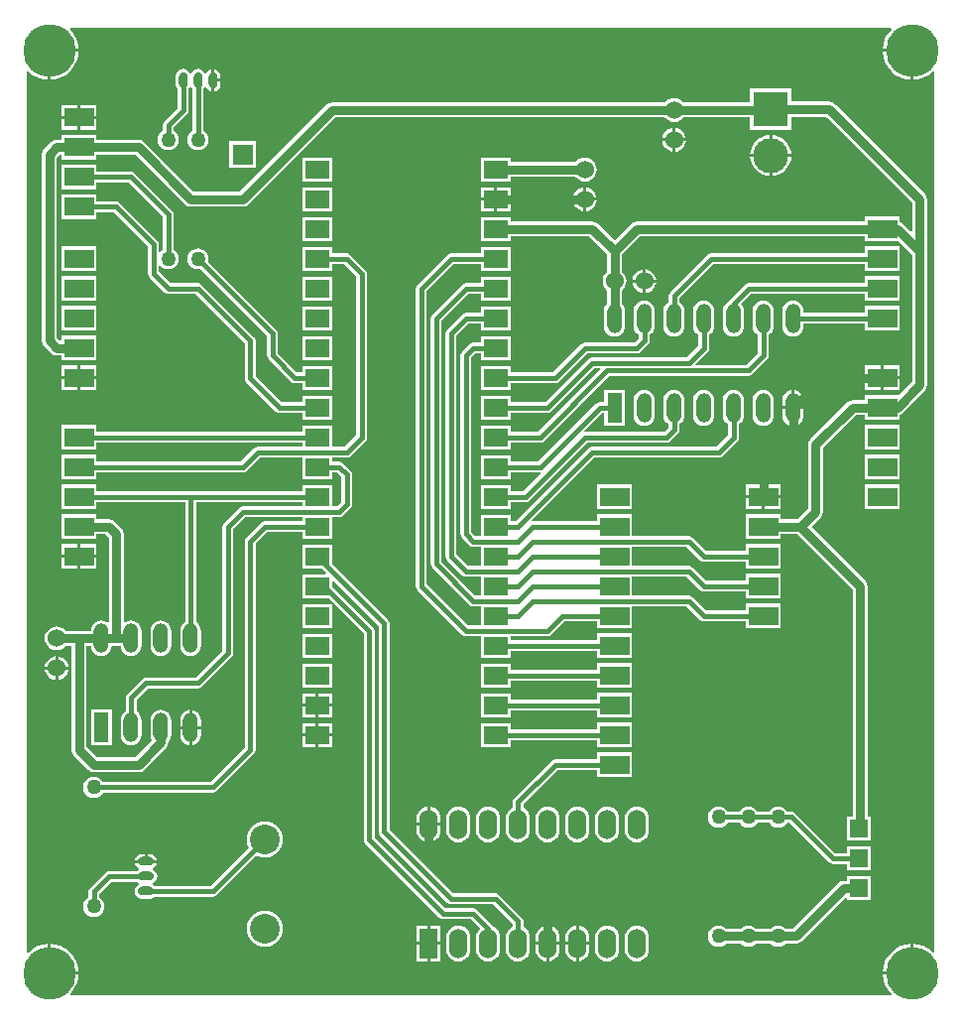
<source format=gtl>
G04 Layer_Physical_Order=1*
G04 Layer_Color=255*
%FSLAX25Y25*%
%MOIN*%
G70*
G01*
G75*
%ADD10C,0.01500*%
%ADD11C,0.03000*%
%ADD12C,0.17716*%
%ADD13C,0.10000*%
%ADD14R,0.09843X0.06299*%
%ADD15C,0.06000*%
%ADD16R,0.05000X0.10000*%
%ADD17O,0.05000X0.10000*%
%ADD18R,0.08000X0.06000*%
%ADD19O,0.05500X0.03000*%
%ADD20C,0.05000*%
%ADD21O,0.06000X0.10000*%
%ADD22R,0.06000X0.10000*%
%ADD23R,0.11811X0.11811*%
%ADD24C,0.11811*%
%ADD25R,0.06000X0.06000*%
%ADD26R,0.07000X0.07000*%
%ADD27O,0.03000X0.05500*%
G36*
X442975Y467171D02*
X442992Y467000D01*
X441763Y465504D01*
X440848Y463791D01*
X440284Y461933D01*
X440143Y460500D01*
X450000D01*
Y460000D01*
X450500D01*
Y450143D01*
X451933Y450284D01*
X453791Y450848D01*
X455504Y451763D01*
X457000Y452992D01*
X457171Y452975D01*
X457500Y452857D01*
Y157143D01*
X457171Y157025D01*
X457000Y157008D01*
X455504Y158237D01*
X453791Y159152D01*
X451933Y159716D01*
X450500Y159857D01*
Y150000D01*
X450000D01*
Y149500D01*
X440143D01*
X440284Y148067D01*
X440848Y146209D01*
X441763Y144497D01*
X442992Y143000D01*
X442975Y142829D01*
X442857Y142500D01*
X167143D01*
X167025Y142829D01*
X167008Y143000D01*
X168236Y144497D01*
X169152Y146209D01*
X169716Y148067D01*
X169857Y149500D01*
X160000D01*
Y150000D01*
X159500D01*
Y159857D01*
X158067Y159716D01*
X156209Y159152D01*
X154497Y158237D01*
X153000Y157008D01*
X152829Y157025D01*
X152500Y157143D01*
Y452857D01*
X152829Y452975D01*
X153000Y452992D01*
X154497Y451763D01*
X156209Y450848D01*
X158067Y450284D01*
X159500Y450143D01*
Y460000D01*
X160000D01*
Y460500D01*
X169857D01*
X169716Y461933D01*
X169152Y463791D01*
X168236Y465504D01*
X167008Y467000D01*
X167025Y467171D01*
X167143Y467500D01*
X442857D01*
X442975Y467171D01*
D02*
G37*
%LPC*%
G36*
X255000Y239500D02*
X250500D01*
Y236000D01*
X255000D01*
Y239500D01*
D02*
G37*
G36*
X249500Y244000D02*
X245000D01*
Y240500D01*
X249500D01*
Y244000D01*
D02*
G37*
G36*
X208000Y238464D02*
Y233000D01*
X211030D01*
Y235000D01*
X210910Y235914D01*
X210557Y236765D01*
X209996Y237496D01*
X209265Y238057D01*
X208414Y238410D01*
X208000Y238464D01*
D02*
G37*
G36*
X249500Y239500D02*
X245000D01*
Y236000D01*
X249500D01*
Y239500D01*
D02*
G37*
G36*
X355921Y244150D02*
X344079D01*
Y241784D01*
X315000D01*
Y244000D01*
X305000D01*
Y236000D01*
X315000D01*
Y238216D01*
X344079D01*
Y235850D01*
X355921D01*
Y244150D01*
D02*
G37*
G36*
X255000Y254000D02*
X245000D01*
Y246000D01*
X255000D01*
Y254000D01*
D02*
G37*
G36*
X162000Y252000D02*
X158531D01*
X158603Y251456D01*
X159006Y250483D01*
X159647Y249647D01*
X160483Y249006D01*
X161456Y248603D01*
X162000Y248531D01*
Y252000D01*
D02*
G37*
G36*
X255000Y244000D02*
X250500D01*
Y240500D01*
X255000D01*
Y244000D01*
D02*
G37*
G36*
X207000Y238464D02*
X206586Y238410D01*
X205735Y238057D01*
X205004Y237496D01*
X204443Y236765D01*
X204090Y235914D01*
X203970Y235000D01*
Y233000D01*
X207000D01*
Y238464D01*
D02*
G37*
G36*
X181000Y238500D02*
X174000D01*
Y226500D01*
X181000D01*
Y238500D01*
D02*
G37*
G36*
X207000Y232000D02*
X203970D01*
Y230000D01*
X204090Y229086D01*
X204443Y228235D01*
X205004Y227504D01*
X205735Y226943D01*
X206586Y226590D01*
X207000Y226536D01*
Y232000D01*
D02*
G37*
G36*
X249500Y229500D02*
X245000D01*
Y226000D01*
X249500D01*
Y229500D01*
D02*
G37*
G36*
X255000D02*
X250500D01*
Y226000D01*
X255000D01*
Y229500D01*
D02*
G37*
G36*
Y234000D02*
X250500D01*
Y230500D01*
X255000D01*
Y234000D01*
D02*
G37*
G36*
X355921Y234150D02*
X344079D01*
Y231784D01*
X315000D01*
Y234000D01*
X305000D01*
Y226000D01*
X315000D01*
Y228216D01*
X344079D01*
Y225850D01*
X355921D01*
Y234150D01*
D02*
G37*
G36*
X211030Y232000D02*
X208000D01*
Y226536D01*
X208414Y226590D01*
X209265Y226943D01*
X209996Y227504D01*
X210557Y228235D01*
X210910Y229086D01*
X211030Y230000D01*
Y232000D01*
D02*
G37*
G36*
X249500Y234000D02*
X245000D01*
Y230500D01*
X249500D01*
Y234000D01*
D02*
G37*
G36*
X175921Y294150D02*
X170500D01*
Y290500D01*
X175921D01*
Y294150D01*
D02*
G37*
G36*
X355921Y314150D02*
X344079D01*
Y305850D01*
X355921D01*
Y314150D01*
D02*
G37*
G36*
X175921Y289500D02*
X170500D01*
Y285850D01*
X175921D01*
Y289500D01*
D02*
G37*
G36*
X169500Y294150D02*
X164079D01*
Y290500D01*
X169500D01*
Y294150D01*
D02*
G37*
G36*
X445921Y314150D02*
X434079D01*
Y305850D01*
X445921D01*
Y314150D01*
D02*
G37*
G36*
X399500D02*
X394079D01*
Y310500D01*
X399500D01*
Y314150D01*
D02*
G37*
G36*
Y309500D02*
X394079D01*
Y305850D01*
X399500D01*
Y309500D01*
D02*
G37*
G36*
X405921D02*
X400500D01*
Y305850D01*
X405921D01*
Y309500D01*
D02*
G37*
G36*
X169500Y289500D02*
X164079D01*
Y285850D01*
X169500D01*
Y289500D01*
D02*
G37*
G36*
X162000Y256469D02*
X161456Y256397D01*
X160483Y255994D01*
X159647Y255353D01*
X159006Y254517D01*
X158603Y253544D01*
X158531Y253000D01*
X162000D01*
Y256469D01*
D02*
G37*
G36*
X163000D02*
Y253000D01*
X166469D01*
X166397Y253544D01*
X165994Y254517D01*
X165353Y255353D01*
X164517Y255994D01*
X163544Y256397D01*
X163000Y256469D01*
D02*
G37*
G36*
X166469Y252000D02*
X163000D01*
Y248531D01*
X163544Y248603D01*
X164517Y249006D01*
X165353Y249647D01*
X165994Y250483D01*
X166397Y251456D01*
X166469Y252000D01*
D02*
G37*
G36*
X355921Y254150D02*
X344079D01*
Y251784D01*
X315000D01*
Y254000D01*
X305000D01*
Y246000D01*
X315000D01*
Y248216D01*
X344079D01*
Y245850D01*
X355921D01*
Y254150D01*
D02*
G37*
G36*
X255000Y274000D02*
X245000D01*
Y266000D01*
X255000D01*
Y274000D01*
D02*
G37*
G36*
X175921Y304150D02*
X164079D01*
Y295850D01*
X175921D01*
Y297451D01*
X178944D01*
X179951Y296444D01*
Y268096D01*
X179503Y267875D01*
X179265Y268057D01*
X178414Y268410D01*
X177500Y268530D01*
X176586Y268410D01*
X175735Y268057D01*
X175004Y267496D01*
X174443Y266765D01*
X174090Y265914D01*
X173976Y265049D01*
X165586D01*
X165353Y265353D01*
X164517Y265994D01*
X163544Y266397D01*
X162500Y266534D01*
X161456Y266397D01*
X160483Y265994D01*
X159647Y265353D01*
X159006Y264517D01*
X158603Y263544D01*
X158466Y262500D01*
X158603Y261456D01*
X159006Y260483D01*
X159647Y259647D01*
X160483Y259006D01*
X161456Y258603D01*
X162500Y258466D01*
X163544Y258603D01*
X164517Y259006D01*
X165353Y259647D01*
X165586Y259951D01*
X167451D01*
Y225000D01*
X167645Y224025D01*
X168198Y223198D01*
X173198Y218198D01*
X174024Y217645D01*
X175000Y217451D01*
X190000D01*
X190975Y217645D01*
X191802Y218198D01*
X199302Y225698D01*
X199855Y226524D01*
X200049Y227500D01*
Y227572D01*
X200557Y228235D01*
X200910Y229086D01*
X201030Y230000D01*
Y235000D01*
X200910Y235914D01*
X200557Y236765D01*
X199996Y237496D01*
X199265Y238057D01*
X198414Y238410D01*
X197500Y238530D01*
X196586Y238410D01*
X195735Y238057D01*
X195004Y237496D01*
X194443Y236765D01*
X194090Y235914D01*
X193970Y235000D01*
Y230000D01*
X194090Y229086D01*
X194443Y228235D01*
X194524Y228129D01*
X188944Y222549D01*
X176056D01*
X172549Y226056D01*
Y259951D01*
X173976D01*
X174090Y259086D01*
X174443Y258235D01*
X175004Y257504D01*
X175735Y256943D01*
X176586Y256590D01*
X177500Y256470D01*
X178414Y256590D01*
X179265Y256943D01*
X179996Y257504D01*
X180557Y258235D01*
X180910Y259086D01*
X181024Y259951D01*
X183976D01*
X184090Y259086D01*
X184443Y258235D01*
X185004Y257504D01*
X185735Y256943D01*
X186586Y256590D01*
X187500Y256470D01*
X188414Y256590D01*
X189265Y256943D01*
X189996Y257504D01*
X190557Y258235D01*
X190910Y259086D01*
X191030Y260000D01*
Y265000D01*
X190910Y265914D01*
X190557Y266765D01*
X189996Y267496D01*
X189265Y268057D01*
X188414Y268410D01*
X187500Y268530D01*
X186586Y268410D01*
X185735Y268057D01*
X185497Y267875D01*
X185049Y268096D01*
Y297500D01*
X184855Y298476D01*
X184302Y299302D01*
X181802Y301802D01*
X180975Y302355D01*
X180000Y302549D01*
X175921D01*
Y304150D01*
D02*
G37*
G36*
X255000Y264000D02*
X245000D01*
Y256000D01*
X255000D01*
Y264000D01*
D02*
G37*
G36*
X197500Y268530D02*
X196586Y268410D01*
X195735Y268057D01*
X195004Y267496D01*
X194443Y266765D01*
X194090Y265914D01*
X193970Y265000D01*
Y260000D01*
X194090Y259086D01*
X194443Y258235D01*
X195004Y257504D01*
X195735Y256943D01*
X196586Y256590D01*
X197500Y256470D01*
X198414Y256590D01*
X199265Y256943D01*
X199996Y257504D01*
X200557Y258235D01*
X200910Y259086D01*
X201030Y260000D01*
Y265000D01*
X200910Y265914D01*
X200557Y266765D01*
X199996Y267496D01*
X199265Y268057D01*
X198414Y268410D01*
X197500Y268530D01*
D02*
G37*
G36*
X355921Y224150D02*
X344079D01*
Y221784D01*
X330000D01*
X330000Y221784D01*
X329317Y221649D01*
X328738Y221262D01*
X316238Y208762D01*
X315851Y208183D01*
X315716Y207500D01*
Y205591D01*
X315483Y205494D01*
X314647Y204853D01*
X314006Y204017D01*
X313603Y203044D01*
X313465Y202000D01*
Y198000D01*
X313603Y196956D01*
X314006Y195983D01*
X314647Y195147D01*
X315483Y194506D01*
X316456Y194103D01*
X317500Y193965D01*
X318544Y194103D01*
X319517Y194506D01*
X320353Y195147D01*
X320994Y195983D01*
X321397Y196956D01*
X321534Y198000D01*
Y202000D01*
X321397Y203044D01*
X320994Y204017D01*
X320353Y204853D01*
X319517Y205494D01*
X319284Y205591D01*
Y206761D01*
X330739Y218216D01*
X344079D01*
Y215850D01*
X355921D01*
Y224150D01*
D02*
G37*
G36*
X341534Y159500D02*
X338000D01*
Y154031D01*
X338544Y154103D01*
X339517Y154506D01*
X340353Y155147D01*
X340994Y155983D01*
X341397Y156956D01*
X341534Y158000D01*
Y159500D01*
D02*
G37*
G36*
X232500Y171029D02*
X231324Y170913D01*
X230193Y170570D01*
X229151Y170013D01*
X228237Y169263D01*
X227487Y168350D01*
X226930Y167307D01*
X226587Y166176D01*
X226471Y165000D01*
X226587Y163824D01*
X226930Y162693D01*
X227487Y161651D01*
X228237Y160737D01*
X229151Y159987D01*
X230193Y159430D01*
X231324Y159087D01*
X232500Y158971D01*
X233676Y159087D01*
X234807Y159430D01*
X235849Y159987D01*
X236763Y160737D01*
X237513Y161651D01*
X238070Y162693D01*
X238413Y163824D01*
X238529Y165000D01*
X238413Y166176D01*
X238070Y167307D01*
X237513Y168350D01*
X236763Y169263D01*
X235849Y170013D01*
X234807Y170570D01*
X233676Y170913D01*
X232500Y171029D01*
D02*
G37*
G36*
X337000Y159500D02*
X333466D01*
Y158000D01*
X333603Y156956D01*
X334006Y155983D01*
X334647Y155147D01*
X335483Y154506D01*
X336456Y154103D01*
X337000Y154031D01*
Y159500D01*
D02*
G37*
G36*
X331535D02*
X328000D01*
Y154031D01*
X328544Y154103D01*
X329517Y154506D01*
X330353Y155147D01*
X330994Y155983D01*
X331397Y156956D01*
X331535Y158000D01*
Y159500D01*
D02*
G37*
G36*
X287000Y166000D02*
X283500D01*
Y160500D01*
X287000D01*
Y166000D01*
D02*
G37*
G36*
X291500D02*
X288000D01*
Y160500D01*
X291500D01*
Y166000D01*
D02*
G37*
G36*
X327000Y165969D02*
X326456Y165897D01*
X325483Y165494D01*
X324647Y164853D01*
X324006Y164017D01*
X323603Y163044D01*
X323465Y162000D01*
Y160500D01*
X327000D01*
Y165969D01*
D02*
G37*
G36*
X337000D02*
X336456Y165897D01*
X335483Y165494D01*
X334647Y164853D01*
X334006Y164017D01*
X333603Y163044D01*
X333466Y162000D01*
Y160500D01*
X337000D01*
Y165969D01*
D02*
G37*
G36*
X327000Y159500D02*
X323465D01*
Y158000D01*
X323603Y156956D01*
X324006Y155983D01*
X324647Y155147D01*
X325483Y154506D01*
X326456Y154103D01*
X327000Y154031D01*
Y159500D01*
D02*
G37*
G36*
X297500Y166034D02*
X296456Y165897D01*
X295483Y165494D01*
X294647Y164853D01*
X294006Y164017D01*
X293603Y163044D01*
X293465Y162000D01*
Y158000D01*
X293603Y156956D01*
X294006Y155983D01*
X294647Y155147D01*
X295483Y154506D01*
X296456Y154103D01*
X297500Y153965D01*
X298544Y154103D01*
X299517Y154506D01*
X300353Y155147D01*
X300994Y155983D01*
X301397Y156956D01*
X301535Y158000D01*
Y162000D01*
X301397Y163044D01*
X300994Y164017D01*
X300353Y164853D01*
X299517Y165494D01*
X298544Y165897D01*
X297500Y166034D01*
D02*
G37*
G36*
X255000Y294000D02*
X245000D01*
Y286000D01*
X251477D01*
X253015Y284462D01*
X252823Y284000D01*
X245000D01*
Y276000D01*
X253977D01*
X265716Y264261D01*
Y195000D01*
X265851Y194317D01*
X266238Y193738D01*
X291238Y168738D01*
X291817Y168351D01*
X292500Y168216D01*
X292500Y168216D01*
X301761D01*
X304677Y165300D01*
X304647Y164853D01*
X304006Y164017D01*
X303603Y163044D01*
X303466Y162000D01*
Y158000D01*
X303603Y156956D01*
X304006Y155983D01*
X304647Y155147D01*
X305483Y154506D01*
X306456Y154103D01*
X307500Y153965D01*
X308544Y154103D01*
X309517Y154506D01*
X310353Y155147D01*
X310994Y155983D01*
X311397Y156956D01*
X311535Y158000D01*
Y162000D01*
X311397Y163044D01*
X310994Y164017D01*
X310353Y164853D01*
X309517Y165494D01*
X309156Y165644D01*
X309149Y165683D01*
X308955Y165972D01*
X308762Y166262D01*
X308762Y166262D01*
X303762Y171262D01*
X303183Y171649D01*
X302500Y171784D01*
X293239D01*
X269284Y195739D01*
Y265000D01*
X269148Y265683D01*
X268762Y266262D01*
X268762Y266262D01*
X255000Y280023D01*
Y281823D01*
X255462Y282015D01*
X270716Y266761D01*
Y197500D01*
X270851Y196817D01*
X271238Y196238D01*
X293738Y173738D01*
X293738Y173738D01*
X294317Y173352D01*
X295000Y173216D01*
X295000Y173216D01*
X309261D01*
X315716Y166761D01*
Y165591D01*
X315483Y165494D01*
X314647Y164853D01*
X314006Y164017D01*
X313603Y163044D01*
X313465Y162000D01*
Y158000D01*
X313603Y156956D01*
X314006Y155983D01*
X314647Y155147D01*
X315483Y154506D01*
X316456Y154103D01*
X317500Y153965D01*
X318544Y154103D01*
X319517Y154506D01*
X320353Y155147D01*
X320994Y155983D01*
X321397Y156956D01*
X321534Y158000D01*
Y162000D01*
X321397Y163044D01*
X320994Y164017D01*
X320353Y164853D01*
X319517Y165494D01*
X319284Y165591D01*
Y167500D01*
X319148Y168183D01*
X318762Y168762D01*
X311262Y176262D01*
X310683Y176648D01*
X310000Y176784D01*
X295739D01*
X274284Y198239D01*
Y267500D01*
X274284Y267500D01*
X274149Y268183D01*
X273762Y268762D01*
X273762Y268762D01*
X255000Y287523D01*
Y294000D01*
D02*
G37*
G36*
X449500Y159857D02*
X448067Y159716D01*
X446209Y159152D01*
X444496Y158237D01*
X442995Y157005D01*
X441763Y155503D01*
X440848Y153791D01*
X440284Y151933D01*
X440143Y150500D01*
X449500D01*
Y159857D01*
D02*
G37*
G36*
X160500D02*
Y150500D01*
X169857D01*
X169716Y151933D01*
X169152Y153791D01*
X168236Y155503D01*
X167005Y157005D01*
X165504Y158237D01*
X163791Y159152D01*
X161933Y159716D01*
X160500Y159857D01*
D02*
G37*
G36*
X287000Y159500D02*
X283500D01*
Y154000D01*
X287000D01*
Y159500D01*
D02*
G37*
G36*
X291500D02*
X288000D01*
Y154000D01*
X291500D01*
Y159500D01*
D02*
G37*
G36*
X347500Y166034D02*
X346456Y165897D01*
X345483Y165494D01*
X344647Y164853D01*
X344006Y164017D01*
X343603Y163044D01*
X343465Y162000D01*
Y158000D01*
X343603Y156956D01*
X344006Y155983D01*
X344647Y155147D01*
X345483Y154506D01*
X346456Y154103D01*
X347500Y153965D01*
X348544Y154103D01*
X349517Y154506D01*
X350353Y155147D01*
X350994Y155983D01*
X351397Y156956D01*
X351535Y158000D01*
Y162000D01*
X351397Y163044D01*
X350994Y164017D01*
X350353Y164853D01*
X349517Y165494D01*
X348544Y165897D01*
X347500Y166034D01*
D02*
G37*
G36*
X357500D02*
X356456Y165897D01*
X355483Y165494D01*
X354647Y164853D01*
X354006Y164017D01*
X353603Y163044D01*
X353466Y162000D01*
Y158000D01*
X353603Y156956D01*
X354006Y155983D01*
X354647Y155147D01*
X355483Y154506D01*
X356456Y154103D01*
X357500Y153965D01*
X358544Y154103D01*
X359517Y154506D01*
X360353Y155147D01*
X360994Y155983D01*
X361397Y156956D01*
X361535Y158000D01*
Y162000D01*
X361397Y163044D01*
X360994Y164017D01*
X360353Y164853D01*
X359517Y165494D01*
X358544Y165897D01*
X357500Y166034D01*
D02*
G37*
G36*
Y206034D02*
X356456Y205897D01*
X355483Y205494D01*
X354647Y204853D01*
X354006Y204017D01*
X353603Y203044D01*
X353466Y202000D01*
Y198000D01*
X353603Y196956D01*
X354006Y195983D01*
X354647Y195147D01*
X355483Y194506D01*
X356456Y194103D01*
X357500Y193965D01*
X358544Y194103D01*
X359517Y194506D01*
X360353Y195147D01*
X360994Y195983D01*
X361397Y196956D01*
X361535Y198000D01*
Y202000D01*
X361397Y203044D01*
X360994Y204017D01*
X360353Y204853D01*
X359517Y205494D01*
X358544Y205897D01*
X357500Y206034D01*
D02*
G37*
G36*
X287000Y199500D02*
X283466D01*
Y198000D01*
X283603Y196956D01*
X284006Y195983D01*
X284647Y195147D01*
X285483Y194506D01*
X286456Y194103D01*
X287000Y194031D01*
Y199500D01*
D02*
G37*
G36*
X337500Y206034D02*
X336456Y205897D01*
X335483Y205494D01*
X334647Y204853D01*
X334006Y204017D01*
X333603Y203044D01*
X333466Y202000D01*
Y198000D01*
X333603Y196956D01*
X334006Y195983D01*
X334647Y195147D01*
X335483Y194506D01*
X336456Y194103D01*
X337500Y193965D01*
X338544Y194103D01*
X339517Y194506D01*
X340353Y195147D01*
X340994Y195983D01*
X341397Y196956D01*
X341534Y198000D01*
Y202000D01*
X341397Y203044D01*
X340994Y204017D01*
X340353Y204853D01*
X339517Y205494D01*
X338544Y205897D01*
X337500Y206034D01*
D02*
G37*
G36*
X347500D02*
X346456Y205897D01*
X345483Y205494D01*
X344647Y204853D01*
X344006Y204017D01*
X343603Y203044D01*
X343465Y202000D01*
Y198000D01*
X343603Y196956D01*
X344006Y195983D01*
X344647Y195147D01*
X345483Y194506D01*
X346456Y194103D01*
X347500Y193965D01*
X348544Y194103D01*
X349517Y194506D01*
X350353Y195147D01*
X350994Y195983D01*
X351397Y196956D01*
X351535Y198000D01*
Y202000D01*
X351397Y203044D01*
X350994Y204017D01*
X350353Y204853D01*
X349517Y205494D01*
X348544Y205897D01*
X347500Y206034D01*
D02*
G37*
G36*
X288000Y205969D02*
Y200500D01*
X291534D01*
Y202000D01*
X291397Y203044D01*
X290994Y204017D01*
X290353Y204853D01*
X289517Y205494D01*
X288544Y205897D01*
X288000Y205969D01*
D02*
G37*
G36*
X405000Y206030D02*
X404086Y205910D01*
X403235Y205557D01*
X402504Y204996D01*
X401958Y204284D01*
X398042D01*
X397496Y204996D01*
X396765Y205557D01*
X395914Y205910D01*
X395000Y206030D01*
X394086Y205910D01*
X393235Y205557D01*
X392504Y204996D01*
X391957Y204284D01*
X388042D01*
X387496Y204996D01*
X386765Y205557D01*
X385914Y205910D01*
X385000Y206030D01*
X384086Y205910D01*
X383235Y205557D01*
X382504Y204996D01*
X381943Y204265D01*
X381590Y203414D01*
X381470Y202500D01*
X381590Y201586D01*
X381943Y200735D01*
X382504Y200004D01*
X383235Y199443D01*
X384086Y199090D01*
X385000Y198970D01*
X385914Y199090D01*
X386765Y199443D01*
X387496Y200004D01*
X388042Y200716D01*
X391957D01*
X392504Y200004D01*
X393235Y199443D01*
X394086Y199090D01*
X395000Y198970D01*
X395914Y199090D01*
X396765Y199443D01*
X397496Y200004D01*
X398042Y200716D01*
X401958D01*
X402504Y200004D01*
X403235Y199443D01*
X404086Y199090D01*
X405000Y198970D01*
X405914Y199090D01*
X406765Y199443D01*
X407496Y200004D01*
X408042Y200716D01*
X408761D01*
X422238Y187238D01*
X422817Y186852D01*
X423500Y186716D01*
X423500Y186716D01*
X428000D01*
Y184500D01*
X436000D01*
Y192500D01*
X428000D01*
Y190284D01*
X424239D01*
X410762Y203762D01*
X410183Y204149D01*
X409500Y204284D01*
X408042D01*
X407496Y204996D01*
X406765Y205557D01*
X405914Y205910D01*
X405000Y206030D01*
D02*
G37*
G36*
X291534Y199500D02*
X288000D01*
Y194031D01*
X288544Y194103D01*
X289517Y194506D01*
X290353Y195147D01*
X290994Y195983D01*
X291397Y196956D01*
X291534Y198000D01*
Y199500D01*
D02*
G37*
G36*
X287000Y205969D02*
X286456Y205897D01*
X285483Y205494D01*
X284647Y204853D01*
X284006Y204017D01*
X283603Y203044D01*
X283466Y202000D01*
Y200500D01*
X287000D01*
Y205969D01*
D02*
G37*
G36*
X327500Y206034D02*
X326456Y205897D01*
X325483Y205494D01*
X324647Y204853D01*
X324006Y204017D01*
X323603Y203044D01*
X323465Y202000D01*
Y198000D01*
X323603Y196956D01*
X324006Y195983D01*
X324647Y195147D01*
X325483Y194506D01*
X326456Y194103D01*
X327500Y193965D01*
X328544Y194103D01*
X329517Y194506D01*
X330353Y195147D01*
X330994Y195983D01*
X331397Y196956D01*
X331535Y198000D01*
Y202000D01*
X331397Y203044D01*
X330994Y204017D01*
X330353Y204853D01*
X329517Y205494D01*
X328544Y205897D01*
X327500Y206034D01*
D02*
G37*
G36*
X436000Y182500D02*
X428000D01*
Y181049D01*
X427000D01*
X426024Y180855D01*
X425198Y180302D01*
X409944Y165049D01*
X407428D01*
X406765Y165557D01*
X405914Y165910D01*
X405000Y166030D01*
X404086Y165910D01*
X403235Y165557D01*
X402572Y165049D01*
X397428D01*
X396765Y165557D01*
X395914Y165910D01*
X395000Y166030D01*
X394086Y165910D01*
X393235Y165557D01*
X392572Y165049D01*
X387427D01*
X386765Y165557D01*
X385914Y165910D01*
X385000Y166030D01*
X384086Y165910D01*
X383235Y165557D01*
X382504Y164996D01*
X381943Y164265D01*
X381590Y163414D01*
X381470Y162500D01*
X381590Y161586D01*
X381943Y160735D01*
X382504Y160004D01*
X383235Y159443D01*
X384086Y159090D01*
X385000Y158970D01*
X385914Y159090D01*
X386765Y159443D01*
X387427Y159951D01*
X392572D01*
X393235Y159443D01*
X394086Y159090D01*
X395000Y158970D01*
X395914Y159090D01*
X396765Y159443D01*
X397428Y159951D01*
X402572D01*
X403235Y159443D01*
X404086Y159090D01*
X405000Y158970D01*
X405914Y159090D01*
X406765Y159443D01*
X407428Y159951D01*
X411000D01*
X411975Y160145D01*
X412802Y160698D01*
X427538Y175433D01*
X428000Y175242D01*
Y174500D01*
X436000D01*
Y182500D01*
D02*
G37*
G36*
X192000Y190049D02*
X191250D01*
X190275Y189855D01*
X189448Y189302D01*
X188895Y188476D01*
X188801Y188000D01*
X192000D01*
Y190049D01*
D02*
G37*
G36*
X328000Y165969D02*
Y160500D01*
X331535D01*
Y162000D01*
X331397Y163044D01*
X330994Y164017D01*
X330353Y164853D01*
X329517Y165494D01*
X328544Y165897D01*
X328000Y165969D01*
D02*
G37*
G36*
X338000D02*
Y160500D01*
X341534D01*
Y162000D01*
X341397Y163044D01*
X340994Y164017D01*
X340353Y164853D01*
X339517Y165494D01*
X338544Y165897D01*
X338000Y165969D01*
D02*
G37*
G36*
X297500Y206034D02*
X296456Y205897D01*
X295483Y205494D01*
X294647Y204853D01*
X294006Y204017D01*
X293603Y203044D01*
X293465Y202000D01*
Y198000D01*
X293603Y196956D01*
X294006Y195983D01*
X294647Y195147D01*
X295483Y194506D01*
X296456Y194103D01*
X297500Y193965D01*
X298544Y194103D01*
X299517Y194506D01*
X300353Y195147D01*
X300994Y195983D01*
X301397Y196956D01*
X301535Y198000D01*
Y202000D01*
X301397Y203044D01*
X300994Y204017D01*
X300353Y204853D01*
X299517Y205494D01*
X298544Y205897D01*
X297500Y206034D01*
D02*
G37*
G36*
X307500D02*
X306456Y205897D01*
X305483Y205494D01*
X304647Y204853D01*
X304006Y204017D01*
X303603Y203044D01*
X303466Y202000D01*
Y198000D01*
X303603Y196956D01*
X304006Y195983D01*
X304647Y195147D01*
X305483Y194506D01*
X306456Y194103D01*
X307500Y193965D01*
X308544Y194103D01*
X309517Y194506D01*
X310353Y195147D01*
X310994Y195983D01*
X311397Y196956D01*
X311535Y198000D01*
Y202000D01*
X311397Y203044D01*
X310994Y204017D01*
X310353Y204853D01*
X309517Y205494D01*
X308544Y205897D01*
X307500Y206034D01*
D02*
G37*
G36*
X193750Y190049D02*
X193000D01*
Y188000D01*
X196200D01*
X196105Y188476D01*
X195552Y189302D01*
X194726Y189855D01*
X193750Y190049D01*
D02*
G37*
G36*
X232500Y200950D02*
X231324Y200834D01*
X230193Y200491D01*
X229151Y199934D01*
X228237Y199184D01*
X227487Y198271D01*
X226930Y197229D01*
X226587Y196098D01*
X226471Y194921D01*
X226587Y193745D01*
X226930Y192614D01*
X227160Y192183D01*
X214261Y179284D01*
X195564D01*
X195552Y179302D01*
X194934Y179716D01*
Y180284D01*
X195552Y180698D01*
X196105Y181525D01*
X196299Y182500D01*
X196105Y183475D01*
X195552Y184302D01*
X194934Y184716D01*
Y185284D01*
X195552Y185698D01*
X196105Y186524D01*
X196200Y187000D01*
X192500D01*
X188801D01*
X188895Y186524D01*
X189448Y185698D01*
X190066Y185284D01*
Y184716D01*
X189448Y184302D01*
X189436Y184284D01*
X180000D01*
X180000Y184284D01*
X179317Y184149D01*
X179028Y183955D01*
X178738Y183762D01*
X178738Y183762D01*
X173738Y178762D01*
X173352Y178183D01*
X173216Y177500D01*
Y175542D01*
X172504Y174996D01*
X171943Y174265D01*
X171590Y173414D01*
X171470Y172500D01*
X171590Y171586D01*
X171943Y170735D01*
X172504Y170004D01*
X173235Y169443D01*
X174086Y169090D01*
X175000Y168970D01*
X175914Y169090D01*
X176765Y169443D01*
X177496Y170004D01*
X178057Y170735D01*
X178410Y171586D01*
X178530Y172500D01*
X178410Y173414D01*
X178057Y174265D01*
X177496Y174996D01*
X176784Y175542D01*
Y176761D01*
X180739Y180716D01*
X189436D01*
X189448Y180698D01*
X190066Y180284D01*
Y179716D01*
X189448Y179302D01*
X188895Y178475D01*
X188701Y177500D01*
X188895Y176524D01*
X189448Y175698D01*
X190275Y175145D01*
X191250Y174951D01*
X193750D01*
X194726Y175145D01*
X195552Y175698D01*
X195564Y175716D01*
X215000D01*
X215683Y175852D01*
X216262Y176238D01*
X229660Y189636D01*
X230193Y189351D01*
X231324Y189008D01*
X232500Y188892D01*
X233676Y189008D01*
X234807Y189351D01*
X235849Y189908D01*
X236763Y190658D01*
X237513Y191572D01*
X238070Y192614D01*
X238413Y193745D01*
X238529Y194921D01*
X238413Y196098D01*
X238070Y197229D01*
X237513Y198271D01*
X236763Y199184D01*
X235849Y199934D01*
X234807Y200491D01*
X233676Y200834D01*
X232500Y200950D01*
D02*
G37*
G36*
X340500Y413969D02*
Y410500D01*
X343969D01*
X343897Y411044D01*
X343494Y412017D01*
X342853Y412853D01*
X342017Y413494D01*
X341044Y413897D01*
X340500Y413969D01*
D02*
G37*
G36*
X315000Y414000D02*
X310500D01*
Y410500D01*
X315000D01*
Y414000D01*
D02*
G37*
G36*
X309500D02*
X305000D01*
Y410500D01*
X309500D01*
Y414000D01*
D02*
G37*
G36*
X339500Y413969D02*
X338956Y413897D01*
X337983Y413494D01*
X337147Y412853D01*
X336506Y412017D01*
X336103Y411044D01*
X336031Y410500D01*
X339500D01*
Y413969D01*
D02*
G37*
G36*
X409390Y424200D02*
X403000D01*
Y417810D01*
X403854Y417894D01*
X405155Y418289D01*
X406355Y418930D01*
X407407Y419793D01*
X408270Y420845D01*
X408911Y422045D01*
X409306Y423346D01*
X409390Y424200D01*
D02*
G37*
G36*
X229500Y429500D02*
X220500D01*
Y420500D01*
X229500D01*
Y429500D01*
D02*
G37*
G36*
X255000Y424000D02*
X245000D01*
Y416000D01*
X255000D01*
Y424000D01*
D02*
G37*
G36*
X402000Y424200D02*
X395610D01*
X395694Y423346D01*
X396089Y422045D01*
X396730Y420845D01*
X397593Y419793D01*
X398645Y418930D01*
X399845Y418289D01*
X401146Y417894D01*
X402000Y417810D01*
Y424200D01*
D02*
G37*
G36*
X343969Y409500D02*
X340500D01*
Y406031D01*
X341044Y406103D01*
X342017Y406506D01*
X342853Y407147D01*
X343494Y407983D01*
X343897Y408956D01*
X343969Y409500D01*
D02*
G37*
G36*
X175921Y421650D02*
X164079D01*
Y413350D01*
X175921D01*
Y415716D01*
X186761D01*
X198216Y404261D01*
Y393042D01*
X197504Y392496D01*
X197284Y392210D01*
X196784Y392380D01*
Y395000D01*
X196784Y395000D01*
X196649Y395683D01*
X196262Y396262D01*
X183762Y408762D01*
X183183Y409149D01*
X182500Y409284D01*
X175921D01*
Y411650D01*
X164079D01*
Y403350D01*
X175921D01*
Y405716D01*
X181761D01*
X193216Y394261D01*
Y385000D01*
X193351Y384317D01*
X193738Y383738D01*
X198738Y378738D01*
X198738Y378738D01*
X199028Y378545D01*
X199317Y378351D01*
X200000Y378216D01*
X200000Y378216D01*
X209261D01*
X225716Y361761D01*
Y350000D01*
X225851Y349317D01*
X226238Y348738D01*
X236238Y338738D01*
X236238Y338738D01*
X236817Y338351D01*
X237500Y338216D01*
X237500Y338216D01*
X245000D01*
Y336000D01*
X255000D01*
Y344000D01*
X245000D01*
Y341784D01*
X238239D01*
X229284Y350739D01*
Y362500D01*
X229284Y362500D01*
X229149Y363183D01*
X228955Y363472D01*
X228762Y363762D01*
X228762Y363762D01*
X211262Y381262D01*
X210683Y381648D01*
X210000Y381784D01*
X200739D01*
X196784Y385739D01*
Y387620D01*
X197284Y387790D01*
X197504Y387504D01*
X198235Y386943D01*
X199086Y386590D01*
X200000Y386470D01*
X200914Y386590D01*
X201765Y386943D01*
X202496Y387504D01*
X203057Y388235D01*
X203410Y389086D01*
X203530Y390000D01*
X203410Y390914D01*
X203057Y391765D01*
X202496Y392496D01*
X201784Y393042D01*
Y405000D01*
X201784Y405000D01*
X201648Y405683D01*
X201262Y406262D01*
X188762Y418762D01*
X188183Y419148D01*
X187500Y419284D01*
X175921D01*
Y421650D01*
D02*
G37*
G36*
X255000Y404000D02*
X245000D01*
Y396000D01*
X255000D01*
Y404000D01*
D02*
G37*
G36*
X315000Y394000D02*
X305000D01*
Y391784D01*
X295000D01*
X295000Y391784D01*
X294317Y391649D01*
X293738Y391262D01*
X293738Y391262D01*
X283738Y381262D01*
X283351Y380683D01*
X283216Y380000D01*
Y280000D01*
X283351Y279317D01*
X283738Y278738D01*
X298738Y263738D01*
X298738Y263738D01*
X299317Y263351D01*
X300000Y263216D01*
X305000D01*
Y256000D01*
X315000D01*
Y258216D01*
X344079D01*
Y255850D01*
X355921D01*
Y264150D01*
X344079D01*
Y261784D01*
X315000D01*
Y263216D01*
X327500D01*
X328183Y263351D01*
X328762Y263738D01*
X333239Y268216D01*
X344079D01*
Y265850D01*
X355921D01*
Y273216D01*
X374261D01*
X378738Y268738D01*
X378738Y268738D01*
X379028Y268545D01*
X379317Y268352D01*
X380000Y268216D01*
X380000Y268216D01*
X394079D01*
Y265850D01*
X405921D01*
Y274150D01*
X394079D01*
Y271784D01*
X380739D01*
X376262Y276262D01*
X375683Y276648D01*
X375000Y276784D01*
X355921D01*
Y283216D01*
X374261D01*
X378738Y278738D01*
X378738Y278738D01*
X379028Y278545D01*
X379317Y278351D01*
X380000Y278216D01*
X380000Y278216D01*
X394079D01*
Y275850D01*
X405921D01*
Y284150D01*
X394079D01*
Y281784D01*
X380739D01*
X376262Y286262D01*
X375683Y286649D01*
X375000Y286784D01*
X355921D01*
Y293216D01*
X374261D01*
X378738Y288738D01*
X378738Y288738D01*
X379028Y288545D01*
X379317Y288351D01*
X380000Y288216D01*
X380000Y288216D01*
X394079D01*
Y285850D01*
X405921D01*
Y294150D01*
X394079D01*
Y291784D01*
X380739D01*
X376262Y296262D01*
X375683Y296649D01*
X375000Y296784D01*
X355921D01*
Y304150D01*
X344079D01*
Y301784D01*
X322515D01*
X322484Y301817D01*
X322272Y302249D01*
X343239Y323216D01*
X385000D01*
X385683Y323352D01*
X386262Y323738D01*
X391262Y328738D01*
X391262Y328738D01*
X391455Y329028D01*
X391649Y329317D01*
X391784Y330000D01*
X391784Y330000D01*
Y334457D01*
X392496Y335004D01*
X393057Y335735D01*
X393410Y336586D01*
X393530Y337500D01*
Y342500D01*
X393410Y343414D01*
X393057Y344265D01*
X392496Y344996D01*
X391765Y345557D01*
X390914Y345910D01*
X390000Y346030D01*
X389086Y345910D01*
X388235Y345557D01*
X387504Y344996D01*
X386943Y344265D01*
X386590Y343414D01*
X386470Y342500D01*
Y337500D01*
X386590Y336586D01*
X386943Y335735D01*
X387504Y335004D01*
X388216Y334457D01*
Y330739D01*
X384261Y326784D01*
X342500D01*
X342500Y326784D01*
X341817Y326648D01*
X341238Y326262D01*
X316761Y301784D01*
X315000D01*
Y304000D01*
X305000D01*
Y296784D01*
X303239D01*
X301784Y298239D01*
Y356761D01*
X303239Y358216D01*
X305000D01*
Y356000D01*
X315000D01*
Y364000D01*
X305000D01*
Y361784D01*
X302500D01*
X301817Y361649D01*
X301238Y361262D01*
X301238Y361262D01*
X298738Y358762D01*
X298352Y358183D01*
X298216Y357500D01*
Y297500D01*
X298352Y296817D01*
X298738Y296238D01*
X301238Y293738D01*
X301238Y293738D01*
X301817Y293352D01*
X302500Y293216D01*
X305000D01*
Y286784D01*
X300739D01*
X296784Y290739D01*
Y364261D01*
X300739Y368216D01*
X305000D01*
Y366000D01*
X315000D01*
Y374000D01*
X305000D01*
Y371784D01*
X300000D01*
X300000Y371784D01*
X299317Y371649D01*
X299028Y371455D01*
X298738Y371262D01*
X298738Y371262D01*
X293738Y366262D01*
X293352Y365683D01*
X293216Y365000D01*
Y290000D01*
X293352Y289317D01*
X293738Y288738D01*
X298738Y283738D01*
X298738Y283738D01*
X299028Y283545D01*
X299317Y283351D01*
X300000Y283216D01*
X300000Y283216D01*
X305000D01*
Y276784D01*
X303239D01*
X291784Y288239D01*
Y369261D01*
X300739Y378216D01*
X305000D01*
Y376000D01*
X315000D01*
Y384000D01*
X305000D01*
Y381784D01*
X300000D01*
X300000Y381784D01*
X299317Y381648D01*
X298738Y381262D01*
X298738Y381262D01*
X288738Y371262D01*
X288351Y370683D01*
X288216Y370000D01*
Y287500D01*
X288351Y286817D01*
X288738Y286238D01*
X301238Y273738D01*
X301817Y273352D01*
X302500Y273216D01*
X302500Y273216D01*
X305000D01*
Y266784D01*
X300739D01*
X286784Y280739D01*
Y379261D01*
X295739Y388216D01*
X305000D01*
Y386000D01*
X315000D01*
Y394000D01*
D02*
G37*
G36*
X445921Y394150D02*
X434079D01*
Y391784D01*
X382500D01*
X382500Y391784D01*
X381817Y391649D01*
X381238Y391262D01*
X368738Y378762D01*
X368352Y378183D01*
X368216Y377500D01*
Y375542D01*
X367504Y374996D01*
X366943Y374265D01*
X366590Y373414D01*
X366470Y372500D01*
Y367500D01*
X366590Y366586D01*
X366943Y365735D01*
X367504Y365004D01*
X368235Y364443D01*
X369086Y364090D01*
X370000Y363970D01*
X370914Y364090D01*
X371765Y364443D01*
X372496Y365004D01*
X373057Y365735D01*
X373410Y366586D01*
X373530Y367500D01*
Y372500D01*
X373410Y373414D01*
X373057Y374265D01*
X372496Y374996D01*
X371784Y375542D01*
Y376761D01*
X383239Y388216D01*
X434079D01*
Y385850D01*
X445921D01*
Y394150D01*
D02*
G37*
G36*
X315000Y409500D02*
X310500D01*
Y406000D01*
X315000D01*
Y409500D01*
D02*
G37*
G36*
X339500D02*
X336031D01*
X336103Y408956D01*
X336506Y407983D01*
X337147Y407147D01*
X337983Y406506D01*
X338956Y406103D01*
X339500Y406031D01*
Y409500D01*
D02*
G37*
G36*
X255000Y414000D02*
X245000D01*
Y406000D01*
X255000D01*
Y414000D01*
D02*
G37*
G36*
X309500Y409500D02*
X305000D01*
Y406000D01*
X309500D01*
Y409500D01*
D02*
G37*
G36*
X409406Y447205D02*
X395595D01*
Y442549D01*
X373086D01*
X372853Y442853D01*
X372017Y443494D01*
X371044Y443897D01*
X370000Y444034D01*
X368956Y443897D01*
X367983Y443494D01*
X367147Y442853D01*
X366914Y442549D01*
X255000D01*
X254025Y442355D01*
X253198Y441802D01*
X223944Y412549D01*
X208556D01*
X191802Y429302D01*
X190975Y429855D01*
X190000Y430049D01*
X175921D01*
Y431650D01*
X164079D01*
Y430049D01*
X162500D01*
X161524Y429855D01*
X160698Y429302D01*
X158198Y426802D01*
X157645Y425976D01*
X157451Y425000D01*
Y362500D01*
X157645Y361525D01*
X158198Y360698D01*
X160698Y358198D01*
X161524Y357645D01*
X162500Y357451D01*
X164079D01*
Y355850D01*
X175921D01*
Y364150D01*
X164079D01*
Y362549D01*
X163556D01*
X162549Y363556D01*
Y423944D01*
X163556Y424951D01*
X164079D01*
Y423350D01*
X175921D01*
Y424951D01*
X188944D01*
X205698Y408198D01*
X206524Y407645D01*
X207500Y407451D01*
X225000D01*
X225975Y407645D01*
X226802Y408198D01*
X256056Y437451D01*
X366914D01*
X367147Y437147D01*
X367983Y436506D01*
X368956Y436103D01*
X370000Y435965D01*
X371044Y436103D01*
X372017Y436506D01*
X372853Y437147D01*
X373086Y437451D01*
X395595D01*
Y433394D01*
X409406D01*
Y437751D01*
X421144D01*
X449951Y408944D01*
Y399307D01*
X449489Y399116D01*
X446802Y401802D01*
X445975Y402355D01*
X445921Y402366D01*
Y404150D01*
X434079D01*
Y402549D01*
X357500D01*
X356524Y402355D01*
X355698Y401802D01*
X350000Y396105D01*
X344302Y401802D01*
X343476Y402355D01*
X342500Y402549D01*
X315000D01*
Y404000D01*
X305000D01*
Y396000D01*
X315000D01*
Y397451D01*
X341444D01*
X347451Y391444D01*
Y385586D01*
X347147Y385353D01*
X346506Y384517D01*
X346103Y383544D01*
X345966Y382500D01*
X346103Y381456D01*
X346506Y380483D01*
X347147Y379647D01*
X347451Y379414D01*
Y374927D01*
X346943Y374265D01*
X346590Y373414D01*
X346470Y372500D01*
Y367500D01*
X346590Y366586D01*
X346943Y365735D01*
X347504Y365004D01*
X348235Y364443D01*
X349086Y364090D01*
X350000Y363970D01*
X350914Y364090D01*
X351765Y364443D01*
X352496Y365004D01*
X353057Y365735D01*
X353410Y366586D01*
X353530Y367500D01*
Y372500D01*
X353410Y373414D01*
X353057Y374265D01*
X352549Y374927D01*
Y379414D01*
X352853Y379647D01*
X353494Y380483D01*
X353897Y381456D01*
X354034Y382500D01*
X353897Y383544D01*
X353494Y384517D01*
X352853Y385353D01*
X352549Y385586D01*
Y391444D01*
X358556Y397451D01*
X434079D01*
Y395850D01*
X445545D01*
X449951Y391444D01*
Y348556D01*
X445545Y344150D01*
X434079D01*
Y342549D01*
X430000D01*
X429025Y342355D01*
X428198Y341802D01*
X415698Y329302D01*
X415145Y328475D01*
X414951Y327500D01*
Y306056D01*
X411444Y302549D01*
X405921D01*
Y304150D01*
X394079D01*
Y295850D01*
X405921D01*
Y297451D01*
X411444D01*
X429951Y278944D01*
Y202500D01*
X428000D01*
Y194500D01*
X436000D01*
Y202500D01*
X435049D01*
Y280000D01*
X434855Y280976D01*
X434302Y281802D01*
X416105Y300000D01*
X419302Y303198D01*
X419855Y304025D01*
X420049Y305000D01*
Y326444D01*
X431056Y337451D01*
X434079D01*
Y335850D01*
X445921D01*
Y337634D01*
X445975Y337645D01*
X446802Y338198D01*
X454302Y345698D01*
X454855Y346525D01*
X455049Y347500D01*
Y392500D01*
Y410000D01*
X454855Y410976D01*
X454302Y411802D01*
X424002Y442102D01*
X423175Y442655D01*
X422200Y442849D01*
X409406D01*
Y447205D01*
D02*
G37*
G36*
X217549Y449500D02*
X215500D01*
Y446301D01*
X215975Y446395D01*
X216802Y446948D01*
X217355Y447775D01*
X217549Y448750D01*
Y449500D01*
D02*
G37*
G36*
X169500Y441650D02*
X164079D01*
Y438000D01*
X169500D01*
Y441650D01*
D02*
G37*
G36*
X175921D02*
X170500D01*
Y438000D01*
X175921D01*
Y441650D01*
D02*
G37*
G36*
X215500Y453699D02*
Y450500D01*
X217549D01*
Y451250D01*
X217355Y452225D01*
X216802Y453052D01*
X215975Y453605D01*
X215500Y453699D01*
D02*
G37*
G36*
X210000Y453799D02*
X209025Y453605D01*
X208198Y453052D01*
X207785Y452434D01*
X207215D01*
X206802Y453052D01*
X205976Y453605D01*
X205000Y453799D01*
X204025Y453605D01*
X203198Y453052D01*
X202645Y452225D01*
X202451Y451250D01*
Y448750D01*
X202645Y447775D01*
X203198Y446948D01*
X203216Y446936D01*
Y440739D01*
X198738Y436262D01*
X198352Y435683D01*
X198216Y435000D01*
Y433042D01*
X197504Y432496D01*
X196943Y431765D01*
X196590Y430914D01*
X196470Y430000D01*
X196590Y429086D01*
X196943Y428235D01*
X197504Y427504D01*
X198235Y426943D01*
X199086Y426590D01*
X200000Y426470D01*
X200914Y426590D01*
X201765Y426943D01*
X202496Y427504D01*
X203057Y428235D01*
X203410Y429086D01*
X203530Y430000D01*
X203410Y430914D01*
X203057Y431765D01*
X202496Y432496D01*
X201784Y433042D01*
Y434261D01*
X206262Y438738D01*
X206262Y438738D01*
X206455Y439028D01*
X206648Y439317D01*
X206784Y440000D01*
X206784Y440000D01*
Y446936D01*
X206802Y446948D01*
X207215Y447566D01*
X207785D01*
X208198Y446948D01*
X208216Y446936D01*
Y433042D01*
X207504Y432496D01*
X206943Y431765D01*
X206590Y430914D01*
X206470Y430000D01*
X206590Y429086D01*
X206943Y428235D01*
X207504Y427504D01*
X208235Y426943D01*
X209086Y426590D01*
X210000Y426470D01*
X210914Y426590D01*
X211765Y426943D01*
X212496Y427504D01*
X213057Y428235D01*
X213410Y429086D01*
X213530Y430000D01*
X213410Y430914D01*
X213057Y431765D01*
X212496Y432496D01*
X211784Y433042D01*
Y446936D01*
X211802Y446948D01*
X212215Y447566D01*
X212785D01*
X213198Y446948D01*
X214024Y446395D01*
X214500Y446301D01*
Y450000D01*
Y453699D01*
X214024Y453605D01*
X213198Y453052D01*
X212785Y452434D01*
X212215D01*
X211802Y453052D01*
X210976Y453605D01*
X210000Y453799D01*
D02*
G37*
G36*
X449500Y459500D02*
X440143D01*
X440284Y458067D01*
X440848Y456209D01*
X441763Y454496D01*
X442995Y452995D01*
X444496Y451763D01*
X446209Y450848D01*
X448067Y450284D01*
X449500Y450143D01*
Y459500D01*
D02*
G37*
G36*
X169857D02*
X160500D01*
Y450143D01*
X161933Y450284D01*
X163791Y450848D01*
X165504Y451763D01*
X167005Y452995D01*
X168236Y454496D01*
X169152Y456209D01*
X169716Y458067D01*
X169857Y459500D01*
D02*
G37*
G36*
X175921Y437000D02*
X170500D01*
Y433350D01*
X175921D01*
Y437000D01*
D02*
G37*
G36*
X403000Y431590D02*
Y425200D01*
X409390D01*
X409306Y426054D01*
X408911Y427355D01*
X408270Y428555D01*
X407407Y429607D01*
X406355Y430470D01*
X405155Y431111D01*
X403854Y431506D01*
X403000Y431590D01*
D02*
G37*
G36*
X369500Y429500D02*
X366031D01*
X366103Y428956D01*
X366506Y427983D01*
X367147Y427147D01*
X367983Y426506D01*
X368956Y426103D01*
X369500Y426031D01*
Y429500D01*
D02*
G37*
G36*
X340000Y424035D02*
X338956Y423897D01*
X337983Y423494D01*
X337147Y422853D01*
X336914Y422549D01*
X315000D01*
Y424000D01*
X305000D01*
Y416000D01*
X315000D01*
Y417451D01*
X336914D01*
X337147Y417147D01*
X337983Y416506D01*
X338956Y416103D01*
X340000Y415966D01*
X341044Y416103D01*
X342017Y416506D01*
X342853Y417147D01*
X343494Y417983D01*
X343897Y418956D01*
X344035Y420000D01*
X343897Y421044D01*
X343494Y422017D01*
X342853Y422853D01*
X342017Y423494D01*
X341044Y423897D01*
X340000Y424035D01*
D02*
G37*
G36*
X402000Y431590D02*
X401146Y431506D01*
X399845Y431111D01*
X398645Y430470D01*
X397593Y429607D01*
X396730Y428555D01*
X396089Y427355D01*
X395694Y426054D01*
X395610Y425200D01*
X402000D01*
Y431590D01*
D02*
G37*
G36*
X370500Y433969D02*
Y430500D01*
X373969D01*
X373897Y431044D01*
X373494Y432017D01*
X372853Y432853D01*
X372017Y433494D01*
X371044Y433897D01*
X370500Y433969D01*
D02*
G37*
G36*
X169500Y437000D02*
X164079D01*
Y433350D01*
X169500D01*
Y437000D01*
D02*
G37*
G36*
X373969Y429500D02*
X370500D01*
Y426031D01*
X371044Y426103D01*
X372017Y426506D01*
X372853Y427147D01*
X373494Y427983D01*
X373897Y428956D01*
X373969Y429500D01*
D02*
G37*
G36*
X369500Y433969D02*
X368956Y433897D01*
X367983Y433494D01*
X367147Y432853D01*
X366506Y432017D01*
X366103Y431044D01*
X366031Y430500D01*
X369500D01*
Y433969D01*
D02*
G37*
G36*
X175921Y394150D02*
X164079D01*
Y385850D01*
X175921D01*
Y394150D01*
D02*
G37*
G36*
X410500Y345964D02*
Y340500D01*
X413530D01*
Y342500D01*
X413410Y343414D01*
X413057Y344265D01*
X412496Y344996D01*
X411765Y345557D01*
X410914Y345910D01*
X410500Y345964D01*
D02*
G37*
G36*
X169500Y349500D02*
X164079D01*
Y345850D01*
X169500D01*
Y349500D01*
D02*
G37*
G36*
X413530Y339500D02*
X410500D01*
Y334036D01*
X410914Y334090D01*
X411765Y334443D01*
X412496Y335004D01*
X413057Y335735D01*
X413410Y336586D01*
X413530Y337500D01*
Y339500D01*
D02*
G37*
G36*
X409500Y345964D02*
X409086Y345910D01*
X408235Y345557D01*
X407504Y344996D01*
X406943Y344265D01*
X406590Y343414D01*
X406470Y342500D01*
Y340500D01*
X409500D01*
Y345964D01*
D02*
G37*
G36*
X445921Y349500D02*
X440500D01*
Y345850D01*
X445921D01*
Y349500D01*
D02*
G37*
G36*
X210000Y393530D02*
X209086Y393410D01*
X208235Y393057D01*
X207504Y392496D01*
X206943Y391765D01*
X206590Y390914D01*
X206470Y390000D01*
X206590Y389086D01*
X206943Y388235D01*
X207504Y387504D01*
X208235Y386943D01*
X209086Y386590D01*
X210000Y386470D01*
X210890Y386587D01*
X233216Y364261D01*
Y357500D01*
X233351Y356817D01*
X233738Y356238D01*
X241238Y348738D01*
X241817Y348352D01*
X242500Y348216D01*
X245000D01*
Y346000D01*
X255000D01*
Y354000D01*
X245000D01*
Y351784D01*
X243239D01*
X236784Y358239D01*
Y365000D01*
X236784Y365000D01*
X236649Y365683D01*
X236262Y366262D01*
X213413Y389110D01*
X213530Y390000D01*
X213410Y390914D01*
X213057Y391765D01*
X212496Y392496D01*
X211765Y393057D01*
X210914Y393410D01*
X210000Y393530D01*
D02*
G37*
G36*
X175921Y349500D02*
X170500D01*
Y345850D01*
X175921D01*
Y349500D01*
D02*
G37*
G36*
X439500D02*
X434079D01*
Y345850D01*
X439500D01*
Y349500D01*
D02*
G37*
G36*
X409500Y339500D02*
X406470D01*
Y337500D01*
X406590Y336586D01*
X406943Y335735D01*
X407504Y335004D01*
X408235Y334443D01*
X409086Y334090D01*
X409500Y334036D01*
Y339500D01*
D02*
G37*
G36*
X445921Y334150D02*
X434079D01*
Y325850D01*
X445921D01*
Y334150D01*
D02*
G37*
G36*
X255000Y394000D02*
X245000D01*
Y386000D01*
X255000D01*
Y388216D01*
X259261D01*
X263216Y384261D01*
Y330739D01*
X259261Y326784D01*
X255000D01*
Y334000D01*
X245000D01*
Y331784D01*
X175921D01*
Y334150D01*
X164079D01*
Y325850D01*
X175921D01*
Y328216D01*
X245000D01*
Y326784D01*
X230000D01*
X230000Y326784D01*
X229317Y326648D01*
X229028Y326455D01*
X228738Y326262D01*
X228738Y326262D01*
X224261Y321784D01*
X175921D01*
Y324150D01*
X164079D01*
Y315850D01*
X175921D01*
Y318216D01*
X225000D01*
X225683Y318352D01*
X226262Y318738D01*
X230739Y323216D01*
X245000D01*
Y316000D01*
X255000D01*
Y318216D01*
X256761D01*
X258216Y316761D01*
Y308239D01*
X256761Y306784D01*
X255000D01*
Y314000D01*
X245000D01*
Y311784D01*
X175921D01*
Y314150D01*
X164079D01*
Y305850D01*
X175921D01*
Y308216D01*
X205716D01*
Y268042D01*
X205004Y267496D01*
X204443Y266765D01*
X204090Y265914D01*
X203970Y265000D01*
Y260000D01*
X204090Y259086D01*
X204443Y258235D01*
X205004Y257504D01*
X205735Y256943D01*
X206586Y256590D01*
X207500Y256470D01*
X208414Y256590D01*
X209265Y256943D01*
X209996Y257504D01*
X210557Y258235D01*
X210910Y259086D01*
X211030Y260000D01*
Y265000D01*
X210910Y265914D01*
X210557Y266765D01*
X209996Y267496D01*
X209284Y268042D01*
Y308216D01*
X245000D01*
Y306784D01*
X225000D01*
X225000Y306784D01*
X224317Y306648D01*
X224028Y306455D01*
X223738Y306262D01*
X223738Y306262D01*
X218738Y301262D01*
X218352Y300683D01*
X218216Y300000D01*
Y258239D01*
X209261Y249284D01*
X192500D01*
X192500Y249284D01*
X191817Y249149D01*
X191528Y248955D01*
X191238Y248762D01*
X191238Y248762D01*
X186238Y243762D01*
X185852Y243183D01*
X185716Y242500D01*
Y238042D01*
X185004Y237496D01*
X184443Y236765D01*
X184090Y235914D01*
X183970Y235000D01*
Y230000D01*
X184090Y229086D01*
X184443Y228235D01*
X185004Y227504D01*
X185735Y226943D01*
X186586Y226590D01*
X187500Y226470D01*
X188414Y226590D01*
X189265Y226943D01*
X189996Y227504D01*
X190557Y228235D01*
X190910Y229086D01*
X191030Y230000D01*
Y235000D01*
X190910Y235914D01*
X190557Y236765D01*
X189996Y237496D01*
X189284Y238042D01*
Y241761D01*
X193239Y245716D01*
X210000D01*
X210683Y245851D01*
X211262Y246238D01*
X221262Y256238D01*
X221262Y256238D01*
X221649Y256817D01*
X221784Y257500D01*
X221784Y257500D01*
Y299261D01*
X225739Y303216D01*
X245000D01*
Y301784D01*
X232500D01*
X232500Y301784D01*
X231817Y301648D01*
X231528Y301455D01*
X231238Y301262D01*
X231238Y301262D01*
X226238Y296262D01*
X225851Y295683D01*
X225716Y295000D01*
Y225739D01*
X214261Y214284D01*
X178042D01*
X177496Y214996D01*
X176765Y215557D01*
X175914Y215910D01*
X175000Y216030D01*
X174086Y215910D01*
X173235Y215557D01*
X172504Y214996D01*
X171943Y214265D01*
X171590Y213414D01*
X171470Y212500D01*
X171590Y211586D01*
X171943Y210735D01*
X172504Y210004D01*
X173235Y209443D01*
X174086Y209090D01*
X175000Y208970D01*
X175914Y209090D01*
X176765Y209443D01*
X177496Y210004D01*
X178042Y210716D01*
X215000D01*
X215683Y210852D01*
X216262Y211238D01*
X228762Y223738D01*
X229149Y224317D01*
X229284Y225000D01*
X229284Y225000D01*
Y294261D01*
X233239Y298216D01*
X245000D01*
Y296000D01*
X255000D01*
Y303216D01*
X257500D01*
X258183Y303351D01*
X258762Y303738D01*
X261262Y306238D01*
X261262Y306238D01*
X261649Y306817D01*
X261784Y307500D01*
Y317500D01*
X261649Y318183D01*
X261262Y318762D01*
X261262Y318762D01*
X258762Y321262D01*
X258183Y321649D01*
X257500Y321784D01*
X255000D01*
Y323216D01*
X260000D01*
X260683Y323352D01*
X261262Y323738D01*
X266262Y328738D01*
X266262Y328738D01*
X266455Y329028D01*
X266649Y329317D01*
X266784Y330000D01*
X266784Y330000D01*
Y385000D01*
X266784Y385000D01*
X266649Y385683D01*
X266455Y385972D01*
X266262Y386262D01*
X266262Y386262D01*
X261262Y391262D01*
X260683Y391649D01*
X260000Y391784D01*
X255000D01*
Y394000D01*
D02*
G37*
G36*
X405921Y314150D02*
X400500D01*
Y310500D01*
X405921D01*
Y314150D01*
D02*
G37*
G36*
X445921Y324150D02*
X434079D01*
Y315850D01*
X445921D01*
Y324150D01*
D02*
G37*
G36*
X400000Y346030D02*
X399086Y345910D01*
X398235Y345557D01*
X397504Y344996D01*
X396943Y344265D01*
X396590Y343414D01*
X396470Y342500D01*
Y337500D01*
X396590Y336586D01*
X396943Y335735D01*
X397504Y335004D01*
X398235Y334443D01*
X399086Y334090D01*
X400000Y333970D01*
X400914Y334090D01*
X401765Y334443D01*
X402496Y335004D01*
X403057Y335735D01*
X403410Y336586D01*
X403530Y337500D01*
Y342500D01*
X403410Y343414D01*
X403057Y344265D01*
X402496Y344996D01*
X401765Y345557D01*
X400914Y345910D01*
X400000Y346030D01*
D02*
G37*
G36*
X370000D02*
X369086Y345910D01*
X368235Y345557D01*
X367504Y344996D01*
X366943Y344265D01*
X366590Y343414D01*
X366470Y342500D01*
Y337500D01*
X366590Y336586D01*
X366943Y335735D01*
X367504Y335004D01*
X368216Y334457D01*
Y333239D01*
X366761Y331784D01*
X340015D01*
X339984Y331817D01*
X339772Y332249D01*
X345739Y338216D01*
X346500D01*
Y334000D01*
X353500D01*
Y346000D01*
X346500D01*
Y341784D01*
X345000D01*
X344317Y341649D01*
X343738Y341262D01*
X324261Y321784D01*
X315000D01*
Y324000D01*
X305000D01*
Y316000D01*
X315000D01*
Y318216D01*
X324985D01*
X325016Y318183D01*
X325228Y317751D01*
X319261Y311784D01*
X315000D01*
Y314000D01*
X305000D01*
Y306000D01*
X315000D01*
Y308216D01*
X320000D01*
X320683Y308351D01*
X321262Y308738D01*
X340739Y328216D01*
X367500D01*
X368183Y328351D01*
X368762Y328738D01*
X371262Y331238D01*
X371262Y331238D01*
X371649Y331817D01*
X371784Y332500D01*
Y334457D01*
X372496Y335004D01*
X373057Y335735D01*
X373410Y336586D01*
X373530Y337500D01*
Y342500D01*
X373410Y343414D01*
X373057Y344265D01*
X372496Y344996D01*
X371765Y345557D01*
X370914Y345910D01*
X370000Y346030D01*
D02*
G37*
G36*
X360000D02*
X359086Y345910D01*
X358235Y345557D01*
X357504Y344996D01*
X356943Y344265D01*
X356590Y343414D01*
X356470Y342500D01*
Y337500D01*
X356590Y336586D01*
X356943Y335735D01*
X357504Y335004D01*
X358235Y334443D01*
X359086Y334090D01*
X360000Y333970D01*
X360914Y334090D01*
X361765Y334443D01*
X362496Y335004D01*
X363057Y335735D01*
X363410Y336586D01*
X363530Y337500D01*
Y342500D01*
X363410Y343414D01*
X363057Y344265D01*
X362496Y344996D01*
X361765Y345557D01*
X360914Y345910D01*
X360000Y346030D01*
D02*
G37*
G36*
X380000D02*
X379086Y345910D01*
X378235Y345557D01*
X377504Y344996D01*
X376943Y344265D01*
X376590Y343414D01*
X376470Y342500D01*
Y337500D01*
X376590Y336586D01*
X376943Y335735D01*
X377504Y335004D01*
X378235Y334443D01*
X379086Y334090D01*
X380000Y333970D01*
X380914Y334090D01*
X381765Y334443D01*
X382496Y335004D01*
X383057Y335735D01*
X383410Y336586D01*
X383530Y337500D01*
Y342500D01*
X383410Y343414D01*
X383057Y344265D01*
X382496Y344996D01*
X381765Y345557D01*
X380914Y345910D01*
X380000Y346030D01*
D02*
G37*
G36*
X255000Y384000D02*
X245000D01*
Y376000D01*
X255000D01*
Y384000D01*
D02*
G37*
G36*
X359500Y382000D02*
X356031D01*
X356103Y381456D01*
X356506Y380483D01*
X357147Y379647D01*
X357983Y379006D01*
X358956Y378603D01*
X359500Y378531D01*
Y382000D01*
D02*
G37*
G36*
X255000Y374000D02*
X245000D01*
Y366000D01*
X255000D01*
Y374000D01*
D02*
G37*
G36*
X175921Y384150D02*
X164079D01*
Y375850D01*
X175921D01*
Y384150D01*
D02*
G37*
G36*
X359500Y386469D02*
X358956Y386397D01*
X357983Y385994D01*
X357147Y385353D01*
X356506Y384517D01*
X356103Y383544D01*
X356031Y383000D01*
X359500D01*
Y386469D01*
D02*
G37*
G36*
X360500D02*
Y383000D01*
X363969D01*
X363897Y383544D01*
X363494Y384517D01*
X362853Y385353D01*
X362017Y385994D01*
X361044Y386397D01*
X360500Y386469D01*
D02*
G37*
G36*
X363969Y382000D02*
X360500D01*
Y378531D01*
X361044Y378603D01*
X362017Y379006D01*
X362853Y379647D01*
X363494Y380483D01*
X363897Y381456D01*
X363969Y382000D01*
D02*
G37*
G36*
X445921Y384150D02*
X434079D01*
Y381784D01*
X395000D01*
X395000Y381784D01*
X394317Y381648D01*
X394028Y381455D01*
X393738Y381262D01*
X393738Y381262D01*
X388738Y376262D01*
X388351Y375683D01*
X388335Y375599D01*
X388235Y375557D01*
X387504Y374996D01*
X386943Y374265D01*
X386590Y373414D01*
X386470Y372500D01*
Y367500D01*
X386590Y366586D01*
X386943Y365735D01*
X387504Y365004D01*
X388235Y364443D01*
X389086Y364090D01*
X390000Y363970D01*
X390914Y364090D01*
X391765Y364443D01*
X392496Y365004D01*
X393057Y365735D01*
X393410Y366586D01*
X393530Y367500D01*
Y372500D01*
X393410Y373414D01*
X393057Y374265D01*
X392506Y374983D01*
X395739Y378216D01*
X434079D01*
Y375850D01*
X445921D01*
Y384150D01*
D02*
G37*
G36*
X410000Y376030D02*
X409086Y375910D01*
X408235Y375557D01*
X407504Y374996D01*
X406943Y374265D01*
X406590Y373414D01*
X406470Y372500D01*
Y367500D01*
X406590Y366586D01*
X406943Y365735D01*
X407504Y365004D01*
X408235Y364443D01*
X409086Y364090D01*
X410000Y363970D01*
X410914Y364090D01*
X411765Y364443D01*
X412496Y365004D01*
X413057Y365735D01*
X413410Y366586D01*
X413530Y367500D01*
Y368216D01*
X434079D01*
Y365850D01*
X445921D01*
Y374150D01*
X434079D01*
Y371784D01*
X413530D01*
Y372500D01*
X413410Y373414D01*
X413057Y374265D01*
X412496Y374996D01*
X411765Y375557D01*
X410914Y375910D01*
X410000Y376030D01*
D02*
G37*
G36*
X175921Y354150D02*
X170500D01*
Y350500D01*
X175921D01*
Y354150D01*
D02*
G37*
G36*
X445921D02*
X440500D01*
Y350500D01*
X445921D01*
Y354150D01*
D02*
G37*
G36*
X439500D02*
X434079D01*
Y350500D01*
X439500D01*
Y354150D01*
D02*
G37*
G36*
X169500D02*
X164079D01*
Y350500D01*
X169500D01*
Y354150D01*
D02*
G37*
G36*
X360000Y376030D02*
X359086Y375910D01*
X358235Y375557D01*
X357504Y374996D01*
X356943Y374265D01*
X356590Y373414D01*
X356470Y372500D01*
Y367500D01*
X356590Y366586D01*
X356943Y365735D01*
X357504Y365004D01*
X358216Y364458D01*
Y363239D01*
X356761Y361784D01*
X340000D01*
X340000Y361784D01*
X339317Y361649D01*
X338738Y361262D01*
X338738Y361262D01*
X329261Y351784D01*
X315000D01*
Y354000D01*
X305000D01*
Y346000D01*
X315000D01*
Y348216D01*
X330000D01*
X330683Y348352D01*
X331262Y348738D01*
X340739Y358216D01*
X357500D01*
X358183Y358351D01*
X358762Y358738D01*
X361262Y361238D01*
X361262Y361238D01*
X361649Y361817D01*
X361784Y362500D01*
Y364458D01*
X362496Y365004D01*
X363057Y365735D01*
X363410Y366586D01*
X363530Y367500D01*
Y372500D01*
X363410Y373414D01*
X363057Y374265D01*
X362496Y374996D01*
X361765Y375557D01*
X360914Y375910D01*
X360000Y376030D01*
D02*
G37*
G36*
X175921Y374150D02*
X164079D01*
Y365850D01*
X175921D01*
Y374150D01*
D02*
G37*
G36*
X400000Y376030D02*
X399086Y375910D01*
X398235Y375557D01*
X397504Y374996D01*
X396943Y374265D01*
X396590Y373414D01*
X396470Y372500D01*
Y367500D01*
X396590Y366586D01*
X396943Y365735D01*
X397504Y365004D01*
X398216Y364458D01*
Y358239D01*
X394261Y354284D01*
X377461D01*
X377270Y354746D01*
X381262Y358738D01*
X381262Y358738D01*
X381455Y359028D01*
X381648Y359317D01*
X381784Y360000D01*
X381784Y360000D01*
Y364458D01*
X382496Y365004D01*
X383057Y365735D01*
X383410Y366586D01*
X383530Y367500D01*
Y372500D01*
X383410Y373414D01*
X383057Y374265D01*
X382496Y374996D01*
X381765Y375557D01*
X380914Y375910D01*
X380000Y376030D01*
X379086Y375910D01*
X378235Y375557D01*
X377504Y374996D01*
X376943Y374265D01*
X376590Y373414D01*
X376470Y372500D01*
Y367500D01*
X376590Y366586D01*
X376943Y365735D01*
X377504Y365004D01*
X378216Y364458D01*
Y360739D01*
X374261Y356784D01*
X342500D01*
X341817Y356648D01*
X341238Y356262D01*
X341238Y356262D01*
X326761Y341784D01*
X315000D01*
Y344000D01*
X305000D01*
Y336000D01*
X315000D01*
Y338216D01*
X327500D01*
X328183Y338351D01*
X328762Y338738D01*
X343239Y353216D01*
X345039D01*
X345230Y352754D01*
X324261Y331784D01*
X315000D01*
Y334000D01*
X305000D01*
Y326000D01*
X315000D01*
Y328216D01*
X325000D01*
X325683Y328351D01*
X326262Y328738D01*
X348239Y350716D01*
X395000D01*
X395683Y350851D01*
X396262Y351238D01*
X401262Y356238D01*
X401262Y356238D01*
X401455Y356528D01*
X401649Y356817D01*
X401784Y357500D01*
X401784Y357500D01*
Y364458D01*
X402496Y365004D01*
X403057Y365735D01*
X403410Y366586D01*
X403530Y367500D01*
Y372500D01*
X403410Y373414D01*
X403057Y374265D01*
X402496Y374996D01*
X401765Y375557D01*
X400914Y375910D01*
X400000Y376030D01*
D02*
G37*
G36*
X255000Y364000D02*
X245000D01*
Y356000D01*
X255000D01*
Y364000D01*
D02*
G37*
%LPD*%
D10*
X423500Y188500D02*
X432000D01*
X409500Y202500D02*
X423500Y188500D01*
X380000Y270000D02*
X400000D01*
X375000Y275000D02*
X380000Y270000D01*
X322500Y275000D02*
X375000D01*
X380000Y280000D02*
X400000D01*
X375000Y285000D02*
X380000Y280000D01*
X322500Y285000D02*
X375000D01*
X380000Y290000D02*
X400000D01*
X375000Y295000D02*
X380000Y290000D01*
X322500Y295000D02*
X375000D01*
X317500Y280000D02*
X322500Y285000D01*
X227500Y225000D02*
Y295000D01*
X215000Y212500D02*
X227500Y225000D01*
X232500Y300000D02*
X250000D01*
X227500Y295000D02*
X232500Y300000D01*
X175000Y212500D02*
X215000D01*
X180000Y182500D02*
X192500D01*
X175000Y177500D02*
X180000Y182500D01*
X175000Y172500D02*
Y177500D01*
X215000D02*
X232500Y195000D01*
X192500Y177500D02*
X215000D01*
X330000Y220000D02*
X350000D01*
X317500Y207500D02*
X330000Y220000D01*
X317500Y200000D02*
Y207500D01*
X395000Y202500D02*
X409500D01*
X385000D02*
X395000D01*
X307500Y160000D02*
Y165000D01*
X302500Y170000D02*
X307500Y165000D01*
X292500Y170000D02*
X302500D01*
X310000Y175000D02*
X317500Y167500D01*
X295000Y175000D02*
X310000D01*
X272500Y197500D02*
X295000Y175000D01*
X317500Y160000D02*
Y167500D01*
X272500Y197500D02*
Y267500D01*
X267500Y195000D02*
X292500Y170000D01*
X267500Y195000D02*
Y265000D01*
X250000Y290000D02*
X272500Y267500D01*
X252500Y280000D02*
X267500Y265000D01*
X250000Y280000D02*
X252500D01*
X295000Y390000D02*
X310000D01*
X285000Y380000D02*
X295000Y390000D01*
X285000Y280000D02*
Y380000D01*
Y280000D02*
X300000Y265000D01*
X290000Y287500D02*
X302500Y275000D01*
X290000Y287500D02*
Y370000D01*
X295000Y290000D02*
Y365000D01*
Y290000D02*
X300000Y285000D01*
X317500D01*
X302500Y295000D02*
X317500D01*
X300000Y297500D02*
X302500Y295000D01*
X300000Y297500D02*
Y357500D01*
Y265000D02*
X327500D01*
X332500Y270000D01*
X350000D01*
X317500D02*
X322500Y275000D01*
X310000Y270000D02*
X317500D01*
X322500Y280000D02*
X350000D01*
X317500Y275000D02*
X322500Y280000D01*
X302500Y275000D02*
X317500D01*
X310000Y280000D02*
X317500D01*
Y285000D02*
X322500Y290000D01*
X350000D01*
X317500D02*
X322500Y295000D01*
X310000Y290000D02*
X317500D01*
X322500Y300000D02*
X350000D01*
X317500Y295000D02*
X322500Y300000D01*
X342500Y325000D02*
X385000D01*
X317500Y300000D02*
X342500Y325000D01*
X310000Y300000D02*
X317500D01*
X385000Y325000D02*
X390000Y330000D01*
X367500D02*
X370000Y332500D01*
X340000Y330000D02*
X367500D01*
X320000Y310000D02*
X340000Y330000D01*
X370000Y332500D02*
Y340000D01*
X310000Y310000D02*
X320000D01*
X345000Y340000D02*
X350000D01*
X325000Y320000D02*
X345000Y340000D01*
X310000Y320000D02*
X325000D01*
X300000Y380000D02*
X310000D01*
X290000Y370000D02*
X300000Y380000D01*
Y370000D02*
X310000D01*
X295000Y365000D02*
X300000Y370000D01*
X302500Y360000D02*
X310000D01*
X300000Y357500D02*
X302500Y360000D01*
X170000Y407500D02*
X182500D01*
X170000Y417500D02*
X187500D01*
X207500Y310000D02*
X250000D01*
X170000D02*
X207500D01*
Y262500D02*
Y310000D01*
X250000Y320000D02*
X257500D01*
X260000Y317500D01*
Y307500D02*
Y317500D01*
X257500Y305000D02*
X260000Y307500D01*
X225000Y305000D02*
X257500D01*
X220000Y300000D02*
X225000Y305000D01*
X220000Y257500D02*
Y300000D01*
X225000Y320000D02*
X230000Y325000D01*
X170000Y320000D02*
X225000D01*
X230000Y325000D02*
X260000D01*
X170000Y330000D02*
X250000D01*
X227500Y350000D02*
Y362500D01*
Y350000D02*
X237500Y340000D01*
X210000Y380000D02*
X227500Y362500D01*
X210000Y247500D02*
X220000Y257500D01*
X192500Y247500D02*
X210000D01*
X187500Y242500D02*
X192500Y247500D01*
X187500Y232500D02*
Y242500D01*
X250000Y390000D02*
X260000D01*
X265000Y385000D01*
Y330000D02*
Y385000D01*
X260000Y325000D02*
X265000Y330000D01*
X237500Y340000D02*
X250000D01*
X210000Y390000D02*
X235000Y365000D01*
Y357500D02*
Y365000D01*
X200000Y380000D02*
X210000D01*
X195000Y385000D02*
X200000Y380000D01*
X195000Y385000D02*
Y395000D01*
X182500Y407500D02*
X195000Y395000D01*
X200000Y390000D02*
Y405000D01*
X187500Y417500D02*
X200000Y405000D01*
X235000Y357500D02*
X242500Y350000D01*
X250000D01*
X205000Y440000D02*
Y450000D01*
X200000Y435000D02*
X205000Y440000D01*
X200000Y430000D02*
Y435000D01*
X210000Y430000D02*
Y450000D01*
X410000Y370000D02*
X440000D01*
X382500Y390000D02*
X440000D01*
X370000Y377500D02*
X382500Y390000D01*
X370000Y370000D02*
Y377500D01*
X395000Y380000D02*
X440000D01*
X390000Y375000D02*
X395000Y380000D01*
X390000Y370000D02*
Y375000D01*
X360000Y362500D02*
Y370000D01*
X357500Y360000D02*
X360000Y362500D01*
X340000Y360000D02*
X357500D01*
X330000Y350000D02*
X340000Y360000D01*
X310000Y350000D02*
X330000D01*
X380000Y360000D02*
Y370000D01*
X375000Y355000D02*
X380000Y360000D01*
X342500Y355000D02*
X375000D01*
X327500Y340000D02*
X342500Y355000D01*
X310000Y340000D02*
X327500D01*
X400000Y357500D02*
Y370000D01*
X395000Y352500D02*
X400000Y357500D01*
X347500Y352500D02*
X395000D01*
X325000Y330000D02*
X347500Y352500D01*
X310000Y330000D02*
X325000D01*
X390000D02*
Y340000D01*
X310000Y260000D02*
X350000D01*
X310000Y250000D02*
X350000D01*
X310000Y240000D02*
X350000D01*
X310000Y230000D02*
X350000D01*
D11*
X427000Y178500D02*
X432000D01*
X411000Y162500D02*
X427000Y178500D01*
X405000Y162500D02*
X411000D01*
X402200Y440000D02*
X402500D01*
X370000D02*
X402200D01*
X255000D02*
X370000D01*
X402500Y440300D02*
X422200D01*
X452500Y410000D01*
Y392500D02*
Y410000D01*
X445000Y400000D02*
X452500Y392500D01*
Y347500D02*
Y392500D01*
X445000Y340000D02*
X452500Y347500D01*
X350000Y392500D02*
X357500Y400000D01*
X350000Y382500D02*
Y392500D01*
X342500Y400000D02*
X350000Y392500D01*
X310000Y400000D02*
X342500D01*
X225000Y410000D02*
X255000Y440000D01*
X287500Y192500D02*
Y200000D01*
Y192500D02*
X292500Y187500D01*
X320000D01*
X327500Y180000D01*
Y160000D02*
Y180000D01*
X420000Y350000D02*
X440000D01*
X410000Y340000D02*
X420000Y350000D01*
X410000Y327500D02*
Y340000D01*
X400000Y317500D02*
X410000Y327500D01*
X400000Y310000D02*
Y317500D01*
X207500Y410000D02*
X225000D01*
X190000Y427500D02*
X207500Y410000D01*
X170000Y427500D02*
X190000D01*
X412500Y300000D02*
X432500Y280000D01*
Y198500D02*
Y280000D01*
X400000Y300000D02*
X412500D01*
X417500Y305000D01*
Y327500D01*
X430000Y340000D01*
X440000D01*
X445000D01*
X440000Y400000D02*
X445000D01*
X357500D02*
X440000D01*
X402200Y440000D02*
X402500Y440300D01*
X162500Y360000D02*
X170000D01*
X160000Y362500D02*
X162500Y360000D01*
X160000Y362500D02*
Y425000D01*
X162500Y427500D01*
X170000D01*
Y262500D02*
X177500D01*
X162500D02*
X170000D01*
X197500Y227500D02*
Y232500D01*
X190000Y220000D02*
X197500Y227500D01*
X175000Y220000D02*
X190000D01*
X170000Y225000D02*
X175000Y220000D01*
X170000Y225000D02*
Y262500D01*
X182500D02*
X187500D01*
X177500D02*
X182500D01*
Y297500D01*
X180000Y300000D02*
X182500Y297500D01*
X170000Y300000D02*
X180000D01*
X395000Y162500D02*
X405000D01*
X385000D02*
X395000D01*
X310000Y410000D02*
X340000D01*
X310000Y420000D02*
X340000D01*
X350000Y370000D02*
Y382500D01*
D12*
X160000Y460000D02*
D03*
Y150000D02*
D03*
X450000D02*
D03*
Y460000D02*
D03*
D13*
X232500Y194921D02*
D03*
Y165000D02*
D03*
D14*
X440000Y310000D02*
D03*
Y320000D02*
D03*
Y330000D02*
D03*
Y340000D02*
D03*
Y350000D02*
D03*
X170000D02*
D03*
Y360000D02*
D03*
Y370000D02*
D03*
Y380000D02*
D03*
Y390000D02*
D03*
X400000Y270000D02*
D03*
Y280000D02*
D03*
Y290000D02*
D03*
Y300000D02*
D03*
Y310000D02*
D03*
X170000Y290000D02*
D03*
Y300000D02*
D03*
Y310000D02*
D03*
Y320000D02*
D03*
Y330000D02*
D03*
Y407500D02*
D03*
Y417500D02*
D03*
Y427500D02*
D03*
Y437500D02*
D03*
X440000Y370000D02*
D03*
Y380000D02*
D03*
Y390000D02*
D03*
Y400000D02*
D03*
X350000Y230000D02*
D03*
Y240000D02*
D03*
Y250000D02*
D03*
Y220000D02*
D03*
Y270000D02*
D03*
Y280000D02*
D03*
Y290000D02*
D03*
Y300000D02*
D03*
Y310000D02*
D03*
Y260000D02*
D03*
D15*
X370000Y430000D02*
D03*
Y440000D02*
D03*
X340000Y420000D02*
D03*
Y410000D02*
D03*
X360000Y382500D02*
D03*
X350000D02*
D03*
X162500Y252500D02*
D03*
Y262500D02*
D03*
D16*
X350000Y340000D02*
D03*
X177500Y232500D02*
D03*
D17*
X360000Y340000D02*
D03*
X370000D02*
D03*
X380000D02*
D03*
X410000D02*
D03*
X400000D02*
D03*
X390000D02*
D03*
X410000Y370000D02*
D03*
X400000D02*
D03*
X390000D02*
D03*
X380000D02*
D03*
X370000D02*
D03*
X360000D02*
D03*
X350000D02*
D03*
X207500Y262500D02*
D03*
X197500D02*
D03*
X187500D02*
D03*
X177500D02*
D03*
X207500Y232500D02*
D03*
X197500D02*
D03*
X187500D02*
D03*
D18*
X310000Y420000D02*
D03*
Y410000D02*
D03*
Y400000D02*
D03*
Y390000D02*
D03*
Y380000D02*
D03*
Y370000D02*
D03*
Y360000D02*
D03*
Y350000D02*
D03*
Y340000D02*
D03*
Y330000D02*
D03*
Y320000D02*
D03*
Y310000D02*
D03*
Y300000D02*
D03*
Y290000D02*
D03*
Y280000D02*
D03*
Y270000D02*
D03*
Y260000D02*
D03*
Y250000D02*
D03*
Y240000D02*
D03*
Y230000D02*
D03*
X250000D02*
D03*
Y240000D02*
D03*
Y250000D02*
D03*
Y260000D02*
D03*
Y270000D02*
D03*
Y280000D02*
D03*
Y290000D02*
D03*
Y300000D02*
D03*
Y310000D02*
D03*
Y320000D02*
D03*
Y330000D02*
D03*
Y340000D02*
D03*
Y350000D02*
D03*
Y360000D02*
D03*
Y370000D02*
D03*
Y380000D02*
D03*
Y390000D02*
D03*
Y400000D02*
D03*
Y410000D02*
D03*
Y420000D02*
D03*
D19*
X192500Y182500D02*
D03*
Y187500D02*
D03*
Y177500D02*
D03*
D20*
X175000Y172500D02*
D03*
Y212500D02*
D03*
X385000Y162500D02*
D03*
Y202500D02*
D03*
X395000Y162500D02*
D03*
Y202500D02*
D03*
X405000Y162500D02*
D03*
Y202500D02*
D03*
X200000Y430000D02*
D03*
Y390000D02*
D03*
X210000Y430000D02*
D03*
Y390000D02*
D03*
D21*
X357500Y200000D02*
D03*
X347500D02*
D03*
X337500D02*
D03*
X327500D02*
D03*
X317500D02*
D03*
X307500D02*
D03*
X297500D02*
D03*
X287500D02*
D03*
X357500Y160000D02*
D03*
X347500D02*
D03*
X337500D02*
D03*
X327500D02*
D03*
X317500D02*
D03*
X307500D02*
D03*
X297500D02*
D03*
D22*
X287500D02*
D03*
D23*
X402500Y440300D02*
D03*
D24*
Y424700D02*
D03*
D25*
X432000Y198500D02*
D03*
Y188500D02*
D03*
Y178500D02*
D03*
D26*
X225000Y425000D02*
D03*
D27*
X210000Y450000D02*
D03*
X215000D02*
D03*
X205000D02*
D03*
M02*

</source>
